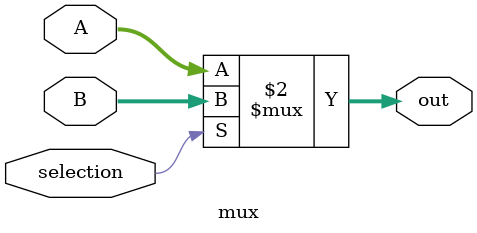
<source format=v>
module mux (A, B, selection, out);
    parameter n = 32;
    input [n-1:0] A, B;
    input selection;
    output [n-1:0] out;

    assign out = (selection == 1) ? B : A;
endmodule
</source>
